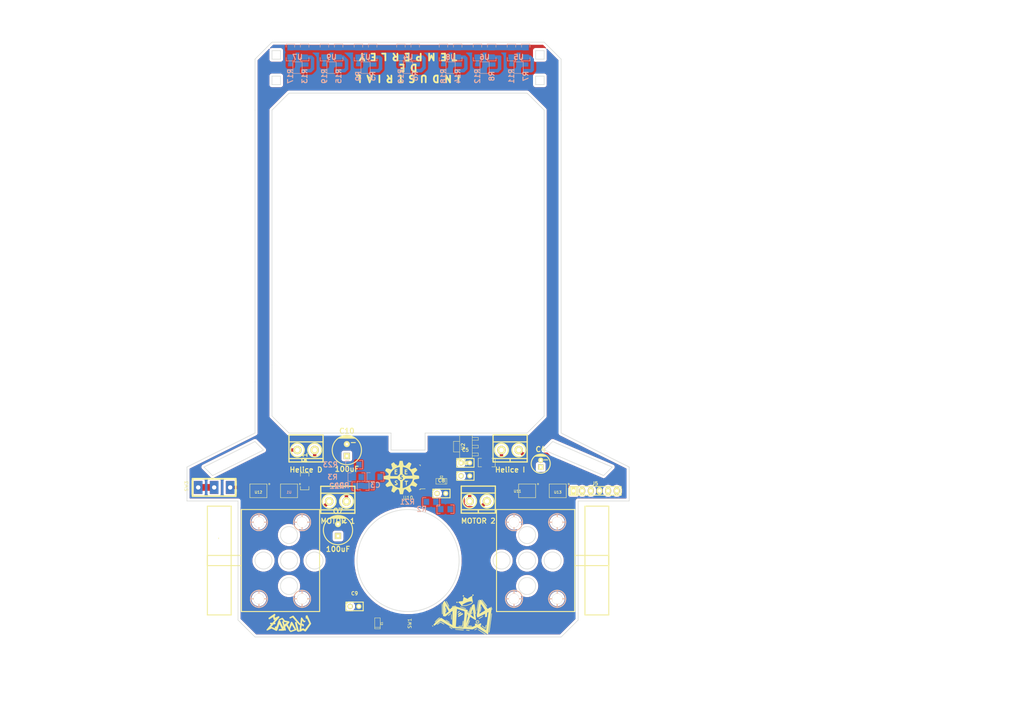
<source format=kicad_pcb>
(kicad_pcb (version 20171130) (host pcbnew "(5.1.4)-1")
  (layers (0 F.Cu signal) (31 B.Cu signal) (34 B.Paste user) (35 F.Paste user) (36 B.SilkS user) (37 F.SilkS user) (38 B.Mask user) (39 F.Mask user) (44 Edge.Cuts user))
  (net 0 "")
  (net 1 GND)
  (net 2 /A1)
  (net 3 /A2)
  (net 4 /A3)
  (net 5 /A4)
  (net 6 /A5)
  (net 7 /A6)
  (net 8 /A7)
  (net 9 "Net-(R5-Pad2)")
  (net 10 "Net-(R6-Pad2)")
  (net 11 "Net-(R7-Pad2)")
  (net 12 "Net-(R8-Pad2)")
  (net 13 "Net-(R13-Pad2)")
  (net 14 "Net-(R14-Pad2)")
  (net 15 "Net-(R15-Pad2)")
  (net 16 /START)
  (net 17 /VIN)
  (net 18 +5V)
  (net 19 /M1B)
  (net 20 /M1A)
  (net 21 /M2A)
  (net 22 /M2B)
  (net 23 "Net-(J5-Pad2)")
  (net 24 "Net-(J6-Pad2)")
  (net 25 "Net-(J6-Pad1)")
  (net 26 "Net-(J7-Pad1)")
  (net 27 "Net-(J7-Pad2)")
  (net 28 "Net-(R1-Pad1)")
  (net 29 "Net-(R3-Pad1)")
  (net 30 "Net-(R4-Pad1)")
  (net 31 "Net-(R22-Pad2)")
  (net 32 "Net-(R24-Pad1)")
  (net 33 "Net-(J2-Pad2)")
  (net 34 "Net-(U10-Pad21)")
  (module EESTN5:R_1206 (layer B.Cu) (at 81.025001 145.594999)
    (fp_text reference R22 (at -7 0) (layer B.SilkS) (effects (font (size 1.5 1.5) (thickness 0.3)) (justify mirror)))
    (fp_text value 1k hide)
    (pad 2 smd rect (at -1.397 0) (size 1.6002 1.8034) (layers B.Cu B.Paste B.Mask) (net 31 "Net-(R22-Pad2)"))
    (pad 1 smd rect (at 1.397 0) (size 1.6002 1.8034) (layers B.Cu B.Paste B.Mask) (net 23 "Net-(J5-Pad2)"))
  )
  (module EESTN5:R_1206 (layer B.Cu) (at 70.4 18.003 90)
    (fp_text reference R19 (at -7 0 90) (layer B.SilkS) (effects (font (size 1.5 1.5) (thickness 0.3)) (justify mirror)))
    (fp_text value 1OK hide)
    (pad 2 smd rect (at -1.397 0 90) (size 1.6002 1.8034) (layers B.Cu B.Paste B.Mask) (net 3 /A2))
    (pad 1 smd rect (at 1.397 0 90) (size 1.6002 1.8034) (layers B.Cu B.Paste B.Mask) (net 18 +5V))
  )
  (module EESTN5:QRE1113GR (layer B.Cu) (at 82.5 22.5)
    (fp_text reference U3 (at 0 -3.1) (layer B.SilkS) (effects (font (size 1.5 1.5) (thickness 0.3)) (justify mirror)))
    (fp_text value QRE1113 hide)
    (pad 1 smd rect (at 2.1 0.9) (size 1.4 1) (layers B.Cu B.Paste B.Mask) (net 9 "Net-(R5-Pad2)"))
    (pad 2 smd rect (at -2.1 0.9) (size 1.4 1) (layers B.Cu B.Paste B.Mask) (net 1 GND))
    (pad 3 smd rect (at -2.1 -0.9) (size 1.4 1) (layers B.Cu B.Paste B.Mask) (net 8 /A7))
    (pad 4 smd rect (at 2.1 -0.9) (size 1.4 1) (layers B.Cu B.Paste B.Mask) (net 1 GND))
  )
  (module EESTN5:QRE1113GR (layer B.Cu) (at 95 22.5)
    (fp_text reference U4 (at 0 -3.1) (layer B.SilkS) (effects (font (size 1.5 1.5) (thickness 0.3)) (justify mirror)))
    (fp_text value QRE1113 hide)
    (pad 1 smd rect (at 2.1 0.9) (size 1.4 1) (layers B.Cu B.Paste B.Mask) (net 10 "Net-(R6-Pad2)"))
    (pad 2 smd rect (at -2.1 0.9) (size 1.4 1) (layers B.Cu B.Paste B.Mask) (net 1 GND))
    (pad 3 smd rect (at -2.1 -0.9) (size 1.4 1) (layers B.Cu B.Paste B.Mask) (net 6 /A5))
    (pad 4 smd rect (at 2.1 -0.9) (size 1.4 1) (layers B.Cu B.Paste B.Mask) (net 1 GND))
  )
  (module EESTN5:QRE1113GR (layer B.Cu) (at 127.5 22.5)
    (fp_text reference U5 (at 0 -3.1) (layer B.SilkS) (effects (font (size 1.5 1.5) (thickness 0.3)) (justify mirror)))
    (fp_text value QRE1113 hide)
    (pad 4 smd rect (at 2.1 -0.9) (size 1.4 1) (layers B.Cu B.Paste B.Mask) (net 1 GND))
    (pad 3 smd rect (at -2.1 -0.9) (size 1.4 1) (layers B.Cu B.Paste B.Mask) (net 4 /A3))
    (pad 2 smd rect (at -2.1 0.9) (size 1.4 1) (layers B.Cu B.Paste B.Mask) (net 1 GND))
    (pad 1 smd rect (at 2.1 0.9) (size 1.4 1) (layers B.Cu B.Paste B.Mask) (net 11 "Net-(R7-Pad2)"))
  )
  (module EESTN5:QRE1113GR (layer B.Cu) (at 117.5 22.5)
    (fp_text reference U6 (at 0 -3.1) (layer B.SilkS) (effects (font (size 1.5 1.5) (thickness 0.3)) (justify mirror)))
    (fp_text value QRE1113 hide)
    (pad 1 smd rect (at 2.1 0.9) (size 1.4 1) (layers B.Cu B.Paste B.Mask) (net 12 "Net-(R8-Pad2)"))
    (pad 2 smd rect (at -2.1 0.9) (size 1.4 1) (layers B.Cu B.Paste B.Mask) (net 1 GND))
    (pad 3 smd rect (at -2.1 -0.9) (size 1.4 1) (layers B.Cu B.Paste B.Mask) (net 2 /A1))
    (pad 4 smd rect (at 2.1 -0.9) (size 1.4 1) (layers B.Cu B.Paste B.Mask) (net 1 GND))
  )
  (module EESTN5:QRE1113GR (layer B.Cu) (at 62.5 22.5)
    (fp_text reference U7 (at 0 -3.1) (layer B.SilkS) (effects (font (size 1.5 1.5) (thickness 0.3)) (justify mirror)))
    (fp_text value QRE1113 hide)
    (pad 4 smd rect (at 2.1 -0.9) (size 1.4 1) (layers B.Cu B.Paste B.Mask) (net 1 GND))
    (pad 3 smd rect (at -2.1 -0.9) (size 1.4 1) (layers B.Cu B.Paste B.Mask) (net 7 /A6))
    (pad 2 smd rect (at -2.1 0.9) (size 1.4 1) (layers B.Cu B.Paste B.Mask) (net 1 GND))
    (pad 1 smd rect (at 2.1 0.9) (size 1.4 1) (layers B.Cu B.Paste B.Mask) (net 13 "Net-(R13-Pad2)"))
  )
  (module EESTN5:QRE1113GR (layer B.Cu) (at 107.5 22.5)
    (fp_text reference U8 (at 0 -3.1) (layer B.SilkS) (effects (font (size 1.5 1.5) (thickness 0.3)) (justify mirror)))
    (fp_text value QRE1113 hide)
    (pad 4 smd rect (at 2.1 -0.9) (size 1.4 1) (layers B.Cu B.Paste B.Mask) (net 1 GND))
    (pad 3 smd rect (at -2.1 -0.9) (size 1.4 1) (layers B.Cu B.Paste B.Mask) (net 5 /A4))
    (pad 2 smd rect (at -2.1 0.9) (size 1.4 1) (layers B.Cu B.Paste B.Mask) (net 1 GND))
    (pad 1 smd rect (at 2.1 0.9) (size 1.4 1) (layers B.Cu B.Paste B.Mask) (net 14 "Net-(R14-Pad2)"))
  )
  (module EESTN5:QRE1113GR (layer B.Cu) (at 72.5 22.5)
    (fp_text reference U9 (at 0 -3.1) (layer B.SilkS) (effects (font (size 1.5 1.5) (thickness 0.3)) (justify mirror)))
    (fp_text value QRE1113 hide)
    (pad 1 smd rect (at 2.1 0.9) (size 1.4 1) (layers B.Cu B.Paste B.Mask) (net 15 "Net-(R15-Pad2)"))
    (pad 2 smd rect (at -2.1 0.9) (size 1.4 1) (layers B.Cu B.Paste B.Mask) (net 1 GND))
    (pad 3 smd rect (at -2.1 -0.9) (size 1.4 1) (layers B.Cu B.Paste B.Mask) (net 3 /A2))
    (pad 4 smd rect (at 2.1 -0.9) (size 1.4 1) (layers B.Cu B.Paste B.Mask) (net 1 GND))
  )
  (module EESTN5:CAP_TAN_A (layer F.Cu) (at 86 186 270)
    (fp_text reference C1 (at 0.0254 -1.2954 90) (layer F.SilkS) (effects (font (size 0.50038 0.50038) (thickness 0.11938))))
    (fp_text value 10UF hide)
    (pad 1 smd rect (at -1.7 0 270) (size 1.7 1.5) (layers F.Cu F.Paste F.Mask) (net 16 /START))
    (pad 2 smd rect (at 1.7 0 270) (size 1.7 1.5) (layers F.Cu F.Paste F.Mask) (net 1 GND))
  )
  (module EESTN5:CAP_TAN_A (layer F.Cu) (at 104.8 144.2)
    (fp_text reference C2 (at 0.0254 -1.2954) (layer F.SilkS) (effects (font (size 0.50038 0.50038) (thickness 0.11938))))
    (fp_text value 100uF hide)
    (pad 2 smd rect (at 1.7 0) (size 1.7 1.5) (layers F.Cu F.Paste F.Mask) (net 1 GND))
    (pad 1 smd rect (at -1.7 0) (size 1.7 1.5) (layers F.Cu F.Paste F.Mask) (net 17 /VIN))
  )
  (module EESTN5:C_1206 (layer B.Cu) (at 85.4 142.9)
    (fp_text reference C3 (at 0 2.4) (layer B.SilkS) (effects (font (size 1.524 1.524) (thickness 0.254)) (justify mirror)))
    (fp_text value 100nF hide)
    (pad 1 smd rect (at 1.397 0) (size 1.6002 1.8034) (layers B.Cu B.Paste B.Mask) (net 18 +5V))
    (pad 2 smd rect (at -1.397 0) (size 1.6002 1.8034) (layers B.Cu B.Paste B.Mask) (net 1 GND))
  )
  (module EESTN5:CAP_ELEC_5x11mm (layer F.Cu) (at 134 139)
    (fp_text reference C4 (at 0 -4.2) (layer F.SilkS) (effects (font (size 1.524 1.524) (thickness 0.3048))))
    (fp_text value 100uF hide)
    (pad 1 thru_hole rect (at 0 1) (size 1.524 1.524) (drill 0.65) (layers *.Cu *.Mask F.SilkS) (net 18 +5V))
    (pad 2 thru_hole circle (at 0 -1) (size 1.524 1.524) (drill 0.65) (layers *.Cu *.Mask F.SilkS) (net 1 GND))
  )
  (module EESTN5:CAP_0.1 (layer F.Cu) (at 111.852401 138.772401)
    (fp_text reference C5 (at 0 -3.81) (layer F.SilkS) (effects (font (size 1.016 1.016) (thickness 0.2032))))
    (fp_text value 100nF hide)
    (pad 2 thru_hole circle (at 1.27 0) (size 1.50114 1.50114) (drill 0.8001) (layers *.Cu *.Mask F.SilkS) (net 1 GND))
    (pad 1 thru_hole circle (at -1.27 0) (size 1.50114 1.50114) (drill 0.8001) (layers *.Cu *.Mask F.SilkS) (net 17 /VIN))
  )
  (module EESTN5:CAP_0.1 (layer F.Cu) (at 111.852401 142.612401)
    (fp_text reference C6 (at 0 -3.81) (layer F.SilkS) (effects (font (size 1.016 1.016) (thickness 0.2032))))
    (fp_text value 100nF hide)
    (pad 1 thru_hole circle (at -1.27 0) (size 1.50114 1.50114) (drill 0.8001) (layers *.Cu *.Mask F.SilkS) (net 17 /VIN))
    (pad 2 thru_hole circle (at 1.27 0) (size 1.50114 1.50114) (drill 0.8001) (layers *.Cu *.Mask F.SilkS) (net 1 GND))
  )
  (module EESTN5:CAP_ELEC_8x11.5mm (layer F.Cu) (at 74.4 158.55)
    (fp_text reference C7 (at 0 -5.6) (layer F.SilkS) (effects (font (size 1.524 1.524) (thickness 0.3048))))
    (fp_text value 100uF (at 0 5.6) (layer F.SilkS) (effects (font (size 1.524 1.524) (thickness 0.3048))))
    (pad 2 thru_hole circle (at 0 -1.75) (size 1.8 1.8) (drill 0.8) (layers *.Cu *.Mask F.SilkS) (net 1 GND))
    (pad 1 thru_hole rect (at 0 1.75) (size 1.8 1.8) (drill 0.8) (layers *.Cu *.Mask F.SilkS) (net 17 /VIN))
  )
  (module EESTN5:CAP_0.1 (layer F.Cu) (at 104.802401 147.772401)
    (fp_text reference C8 (at 0 -3.81) (layer F.SilkS) (effects (font (size 1.016 1.016) (thickness 0.2032))))
    (fp_text value 100nF hide)
    (pad 1 thru_hole circle (at -1.27 0) (size 1.50114 1.50114) (drill 0.8001) (layers *.Cu *.Mask F.SilkS) (net 17 /VIN))
    (pad 2 thru_hole circle (at 1.27 0) (size 1.50114 1.50114) (drill 0.8001) (layers *.Cu *.Mask F.SilkS) (net 1 GND))
  )
  (module EESTN5:CAP_0.1 (layer F.Cu) (at 79.27 181)
    (fp_text reference C9 (at 0 -3.81) (layer F.SilkS) (effects (font (size 1.016 1.016) (thickness 0.2032))))
    (fp_text value 100nF hide)
    (pad 2 thru_hole circle (at 1.27 0) (size 1.50114 1.50114) (drill 0.8001) (layers *.Cu *.Mask F.SilkS) (net 1 GND))
    (pad 1 thru_hole circle (at -1.27 0) (size 1.50114 1.50114) (drill 0.8001) (layers *.Cu *.Mask F.SilkS) (net 17 /VIN))
  )
  (module EESTN5:CAP_ELEC_8x11.5mm (layer F.Cu) (at 77 135)
    (fp_text reference C10 (at 0 -5.6) (layer F.SilkS) (effects (font (size 1.524 1.524) (thickness 0.3048))))
    (fp_text value 100uF (at 0 5.6) (layer F.SilkS) (effects (font (size 1.524 1.524) (thickness 0.3048))))
    (pad 1 thru_hole rect (at 0 1.75) (size 1.8 1.8) (drill 0.8) (layers *.Cu *.Mask F.SilkS) (net 17 /VIN))
    (pad 2 thru_hole circle (at 0 -1.75) (size 1.8 1.8) (drill 0.8) (layers *.Cu *.Mask F.SilkS) (net 1 GND))
  )
  (module EESTN5:BORNERA2_AZUL (layer F.Cu) (at 74.35 150.1)
    (fp_text reference J3 hide)
    (fp_text value "MOTOR 1" (at 0 5.8) (layer F.SilkS) (effects (font (size 1.5 1.5) (thickness 0.3))))
    (pad 2 thru_hole circle (at 2.54 0) (size 2.5 2.5) (drill 1.3) (layers *.Cu *.Mask F.SilkS) (net 19 /M1B))
    (pad 1 thru_hole circle (at -2.54 0) (size 2.5 2.5) (drill 1.3) (layers *.Cu *.Mask F.SilkS) (net 20 /M1A))
  )
  (module EESTN5:BORNERA2_AZUL (layer F.Cu) (at 115.65 150.05)
    (fp_text reference J4 hide)
    (fp_text value "MOTOR 2" (at 0 5.8) (layer F.SilkS) (effects (font (size 1.5 1.5) (thickness 0.3))))
    (pad 1 thru_hole circle (at -2.54 0) (size 2.5 2.5) (drill 1.3) (layers *.Cu *.Mask F.SilkS) (net 21 /M2A))
    (pad 2 thru_hole circle (at 2.54 0) (size 2.5 2.5) (drill 1.3) (layers *.Cu *.Mask F.SilkS) (net 22 /M2B))
  )
  (module EESTN5:pin_strip_6 (layer F.Cu) (at 150 147)
    (fp_text reference J5 (at 0 -2.159) (layer F.SilkS) (effects (font (size 1.016 1.016) (thickness 0.2032))))
    (fp_text value HC-05 hide)
    (pad 1 thru_hole rect (at -6.35 0) (size 1.75 2.19964) (drill 1.00076) (layers *.Cu *.Mask F.SilkS))
    (pad 2 thru_hole oval (at -3.81 0) (size 1.75 2.19964) (drill 1.00076) (layers *.Cu *.Mask F.SilkS) (net 23 "Net-(J5-Pad2)"))
    (pad 3 thru_hole oval (at -1.27 0) (size 1.75 2.19964) (drill 1.00076) (layers *.Cu *.Mask F.SilkS))
    (pad 4 thru_hole oval (at 1.27 0) (size 1.75 2.19964) (drill 1.00076) (layers *.Cu *.Mask F.SilkS) (net 1 GND))
    (pad 5 thru_hole oval (at 3.81 0) (size 1.75 2.19964) (drill 1.00076) (layers *.Cu *.Mask F.SilkS) (net 18 +5V))
    (pad 6 thru_hole oval (at 6.35 0) (size 1.75 2.19964) (drill 1.00076) (layers *.Cu *.Mask F.SilkS))
  )
  (module EESTN5:BORNERA2_AZUL (layer F.Cu) (at 65 135)
    (fp_text reference J6 hide)
    (fp_text value "Helice D" (at 0 5.8) (layer F.SilkS) (effects (font (size 1.5 1.5) (thickness 0.3))))
    (pad 2 thru_hole circle (at 2.54 0) (size 2.5 2.5) (drill 1.3) (layers *.Cu *.Mask F.SilkS) (net 24 "Net-(J6-Pad2)"))
    (pad 1 thru_hole circle (at -2.54 0) (size 2.5 2.5) (drill 1.3) (layers *.Cu *.Mask F.SilkS) (net 25 "Net-(J6-Pad1)"))
  )
  (module EESTN5:BORNERA2_AZUL (layer F.Cu) (at 125 135)
    (fp_text reference J7 hide)
    (fp_text value "Helice I" (at 0 5.8) (layer F.SilkS) (effects (font (size 1.5 1.5) (thickness 0.3))))
    (pad 1 thru_hole circle (at -2.54 0) (size 2.5 2.5) (drill 1.3) (layers *.Cu *.Mask F.SilkS) (net 26 "Net-(J7-Pad1)"))
    (pad 2 thru_hole circle (at 2.54 0) (size 2.5 2.5) (drill 1.3) (layers *.Cu *.Mask F.SilkS) (net 27 "Net-(J7-Pad2)"))
  )
  (module EESTN5:LOGO_EESTN5 (layer F.Cu) (at 93 143)
    (fp_text reference LG1 hide)
    (fp_text value Mounting_Hole hide)
  )
  (module EESTN5:Logo_Zarate (layer F.Cu) (at 111 183.5)
    (fp_text reference LG2 hide)
    (fp_text value Mounting_Hole hide)
  )
  (module EESTN5:Logo_Zarate_Nombre (layer F.Cu) (at 60 186)
    (fp_text reference LG3 hide)
    (fp_text value Mounting_Hole hide)
  )
  (module EESTN5:R_1206 (layer F.Cu) (at 64.6 144.203 270)
    (fp_text reference R1 (at -7 0 90) (layer F.SilkS) (effects (font (size 1.5 1.5) (thickness 0.3))))
    (fp_text value Rsense hide)
    (pad 2 smd rect (at -1.397 0 270) (size 1.6002 1.8034) (layers F.Cu F.Paste F.Mask) (net 1 GND))
    (pad 1 smd rect (at 1.397 0 270) (size 1.6002 1.8034) (layers F.Cu F.Paste F.Mask) (net 28 "Net-(R1-Pad1)"))
  )
  (module EESTN5:R_1206 (layer B.Cu) (at 105.997 152.4)
    (fp_text reference R2 (at -7 0) (layer B.SilkS) (effects (font (size 1.5 1.5) (thickness 0.3)) (justify mirror)))
    (fp_text value 10K hide)
    (pad 2 smd rect (at -1.397 0) (size 1.6002 1.8034) (layers B.Cu B.Paste B.Mask) (net 16 /START))
    (pad 1 smd rect (at 1.397 0) (size 1.6002 1.8034) (layers B.Cu B.Paste B.Mask) (net 18 +5V))
  )
  (module EESTN5:R_1206 (layer B.Cu) (at 79.835001 142.944999)
    (fp_text reference R3 (at -7 0) (layer B.SilkS) (effects (font (size 1.5 1.5) (thickness 0.3)) (justify mirror)))
    (fp_text value 0.25 hide)
    (pad 1 smd rect (at 1.397 0) (size 1.6002 1.8034) (layers B.Cu B.Paste B.Mask) (net 29 "Net-(R3-Pad1)"))
    (pad 2 smd rect (at -1.397 0) (size 1.6002 1.8034) (layers B.Cu B.Paste B.Mask) (net 1 GND))
  )
  (module EESTN5:R_1206 (layer F.Cu) (at 118.115001 138.675001)
    (fp_text reference R4 (at -7 0) (layer F.SilkS) (effects (font (size 1.5 1.5) (thickness 0.3))))
    (fp_text value Rsense hide)
    (pad 2 smd rect (at -1.397 0) (size 1.6002 1.8034) (layers F.Cu F.Paste F.Mask) (net 1 GND))
    (pad 1 smd rect (at 1.397 0) (size 1.6002 1.8034) (layers F.Cu F.Paste F.Mask) (net 30 "Net-(R4-Pad1)"))
  )
  (module EESTN5:R_1206 (layer B.Cu) (at 84.6 18 90)
    (fp_text reference R5 (at -7 0 90) (layer B.SilkS) (effects (font (size 1.5 1.5) (thickness 0.3)) (justify mirror)))
    (fp_text value 220 hide)
    (pad 1 smd rect (at 1.397 0 90) (size 1.6002 1.8034) (layers B.Cu B.Paste B.Mask) (net 18 +5V))
    (pad 2 smd rect (at -1.397 0 90) (size 1.6002 1.8034) (layers B.Cu B.Paste B.Mask) (net 9 "Net-(R5-Pad2)"))
  )
  (module EESTN5:R_1206 (layer B.Cu) (at 97.1 18 90)
    (fp_text reference R6 (at -7 0 90) (layer B.SilkS) (effects (font (size 1.5 1.5) (thickness 0.3)) (justify mirror)))
    (fp_text value 220 hide)
    (pad 1 smd rect (at 1.397 0 90) (size 1.6002 1.8034) (layers B.Cu B.Paste B.Mask) (net 18 +5V))
    (pad 2 smd rect (at -1.397 0 90) (size 1.6002 1.8034) (layers B.Cu B.Paste B.Mask) (net 10 "Net-(R6-Pad2)"))
  )
  (module EESTN5:R_1206 (layer B.Cu) (at 129.6 18.003 90)
    (fp_text reference R7 (at -7 0 90) (layer B.SilkS) (effects (font (size 1.5 1.5) (thickness 0.3)) (justify mirror)))
    (fp_text value 220 hide)
    (pad 1 smd rect (at 1.397 0 90) (size 1.6002 1.8034) (layers B.Cu B.Paste B.Mask) (net 18 +5V))
    (pad 2 smd rect (at -1.397 0 90) (size 1.6002 1.8034) (layers B.Cu B.Paste B.Mask) (net 11 "Net-(R7-Pad2)"))
  )
  (module EESTN5:R_1206 (layer B.Cu) (at 119.6 18 90)
    (fp_text reference R8 (at -7 0 90) (layer B.SilkS) (effects (font (size 1.5 1.5) (thickness 0.3)) (justify mirror)))
    (fp_text value 220 hide)
    (pad 1 smd rect (at 1.397 0 90) (size 1.6002 1.8034) (layers B.Cu B.Paste B.Mask) (net 18 +5V))
    (pad 2 smd rect (at -1.397 0 90) (size 1.6002 1.8034) (layers B.Cu B.Paste B.Mask) (net 12 "Net-(R8-Pad2)"))
  )
  (module EESTN5:R_1206 (layer B.Cu) (at 80.4 18 90)
    (fp_text reference R9 (at -7 0 90) (layer B.SilkS) (effects (font (size 1.5 1.5) (thickness 0.3)) (justify mirror)))
    (fp_text value 1OK hide)
    (pad 2 smd rect (at -1.397 0 90) (size 1.6002 1.8034) (layers B.Cu B.Paste B.Mask) (net 8 /A7))
    (pad 1 smd rect (at 1.397 0 90) (size 1.6002 1.8034) (layers B.Cu B.Paste B.Mask) (net 18 +5V))
  )
  (module EESTN5:R_1206 (layer B.Cu) (at 92.9 18 90)
    (fp_text reference R10 (at -7 0 90) (layer B.SilkS) (effects (font (size 1.5 1.5) (thickness 0.3)) (justify mirror)))
    (fp_text value 1OK hide)
    (pad 2 smd rect (at -1.397 0 90) (size 1.6002 1.8034) (layers B.Cu B.Paste B.Mask) (net 6 /A5))
    (pad 1 smd rect (at 1.397 0 90) (size 1.6002 1.8034) (layers B.Cu B.Paste B.Mask) (net 18 +5V))
  )
  (module EESTN5:R_1206 (layer B.Cu) (at 125.4 18.003 90)
    (fp_text reference R11 (at -7 0 90) (layer B.SilkS) (effects (font (size 1.5 1.5) (thickness 0.3)) (justify mirror)))
    (fp_text value 1OK hide)
    (pad 2 smd rect (at -1.397 0 90) (size 1.6002 1.8034) (layers B.Cu B.Paste B.Mask) (net 4 /A3))
    (pad 1 smd rect (at 1.397 0 90) (size 1.6002 1.8034) (layers B.Cu B.Paste B.Mask) (net 18 +5V))
  )
  (module EESTN5:R_1206 (layer B.Cu) (at 115.4 18 90)
    (fp_text reference R12 (at -7 0 90) (layer B.SilkS) (effects (font (size 1.5 1.5) (thickness 0.3)) (justify mirror)))
    (fp_text value 1OK hide)
    (pad 1 smd rect (at 1.397 0 90) (size 1.6002 1.8034) (layers B.Cu B.Paste B.Mask) (net 18 +5V))
    (pad 2 smd rect (at -1.397 0 90) (size 1.6002 1.8034) (layers B.Cu B.Paste B.Mask) (net 2 /A1))
  )
  (module EESTN5:R_1206 (layer B.Cu) (at 64.6 18.003 90)
    (fp_text reference R13 (at -7 0 90) (layer B.SilkS) (effects (font (size 1.5 1.5) (thickness 0.3)) (justify mirror)))
    (fp_text value 220 hide)
    (pad 2 smd rect (at -1.397 0 90) (size 1.6002 1.8034) (layers B.Cu B.Paste B.Mask) (net 13 "Net-(R13-Pad2)"))
    (pad 1 smd rect (at 1.397 0 90) (size 1.6002 1.8034) (layers B.Cu B.Paste B.Mask) (net 18 +5V))
  )
  (module EESTN5:R_1206 (layer B.Cu) (at 109.6 18 90)
    (fp_text reference R14 (at -7 0 90) (layer B.SilkS) (effects (font (size 1.5 1.5) (thickness 0.3)) (justify mirror)))
    (fp_text value 220 hide)
    (pad 1 smd rect (at 1.397 0 90) (size 1.6002 1.8034) (layers B.Cu B.Paste B.Mask) (net 18 +5V))
    (pad 2 smd rect (at -1.397 0 90) (size 1.6002 1.8034) (layers B.Cu B.Paste B.Mask) (net 14 "Net-(R14-Pad2)"))
  )
  (module EESTN5:R_1206 (layer B.Cu) (at 74.6 17.997 90)
    (fp_text reference R15 (at -7 0 90) (layer B.SilkS) (effects (font (size 1.5 1.5) (thickness 0.3)) (justify mirror)))
    (fp_text value 220 hide)
    (pad 1 smd rect (at 1.397 0 90) (size 1.6002 1.8034) (layers B.Cu B.Paste B.Mask) (net 18 +5V))
    (pad 2 smd rect (at -1.397 0 90) (size 1.6002 1.8034) (layers B.Cu B.Paste B.Mask) (net 15 "Net-(R15-Pad2)"))
  )
  (module EESTN5:R_1206 (layer B.Cu) (at 60.4 18.003 90)
    (fp_text reference R17 (at -7 0 90) (layer B.SilkS) (effects (font (size 1.5 1.5) (thickness 0.3)) (justify mirror)))
    (fp_text value 1OK hide)
    (pad 1 smd rect (at 1.397 0 90) (size 1.6002 1.8034) (layers B.Cu B.Paste B.Mask) (net 18 +5V))
    (pad 2 smd rect (at -1.397 0 90) (size 1.6002 1.8034) (layers B.Cu B.Paste B.Mask) (net 7 /A6))
  )
  (module EESTN5:R_1206 (layer B.Cu) (at 105.4 18 90)
    (fp_text reference R18 (at -7 0 90) (layer B.SilkS) (effects (font (size 1.5 1.5) (thickness 0.3)) (justify mirror)))
    (fp_text value 1OK hide)
    (pad 2 smd rect (at -1.397 0 90) (size 1.6002 1.8034) (layers B.Cu B.Paste B.Mask) (net 5 /A4))
    (pad 1 smd rect (at 1.397 0 90) (size 1.6002 1.8034) (layers B.Cu B.Paste B.Mask) (net 18 +5V))
  )
  (module EESTN5:R_1206 (layer B.Cu) (at 101.785001 150.244999)
    (fp_text reference R21 (at -7 0) (layer B.SilkS) (effects (font (size 1.5 1.5) (thickness 0.3)) (justify mirror)))
    (fp_text value 1k hide)
    (pad 2 smd rect (at -1.397 0) (size 1.6002 1.8034) (layers B.Cu B.Paste B.Mask) (net 23 "Net-(J5-Pad2)"))
    (pad 1 smd rect (at 1.397 0) (size 1.6002 1.8034) (layers B.Cu B.Paste B.Mask))
  )
  (module EESTN5:R_1206 (layer B.Cu) (at 79.165001 139.294999)
    (fp_text reference R23 (at -7 0) (layer B.SilkS) (effects (font (size 1.5 1.5) (thickness 0.3)) (justify mirror)))
    (fp_text value 1k hide)
    (pad 1 smd rect (at 1.397 0) (size 1.6002 1.8034) (layers B.Cu B.Paste B.Mask) (net 31 "Net-(R22-Pad2)"))
    (pad 2 smd rect (at -1.397 0) (size 1.6002 1.8034) (layers B.Cu B.Paste B.Mask) (net 1 GND))
  )
  (module EESTN5:R_1206 (layer B.Cu) (at 82.547 145.45)
    (fp_text reference R24 (at -7 0) (layer B.SilkS) (effects (font (size 1.5 1.5) (thickness 0.3)) (justify mirror)))
    (fp_text value 0.25 hide)
    (pad 1 smd rect (at 1.397 0) (size 1.6002 1.8034) (layers B.Cu B.Paste B.Mask) (net 32 "Net-(R24-Pad1)"))
    (pad 2 smd rect (at -1.397 0) (size 1.6002 1.8034) (layers B.Cu B.Paste B.Mask) (net 1 GND))
  )
  (module EESTN5:Pololu_Micro_Gear_Motor_W_Mount (layer F.Cu) (at 132.5 167.5 90)
    (fp_text reference RD1 hide)
    (fp_text value Mounting_Hole hide)
    (pad 3 thru_hole circle (at -11.2649 -6.35 90) (size 3 3) (drill 3) (layers *.Cu F.SilkS))
    (pad 2 thru_hole circle (at 11.2649 -6.35 90) (size 3 3) (drill 3) (layers *.Cu F.SilkS))
    (pad 4 thru_hole circle (at -11.2649 6.35 90) (size 3 3) (drill 3) (layers *.Cu F.SilkS))
    (pad 1 thru_hole circle (at 11.2649 6.35 90) (size 3 3) (drill 3) (layers *.Cu F.SilkS))
  )
  (module EESTN5:Pololu_Micro_Gear_Motor_W_Mount (layer F.Cu) (at 57.5 167.5 270)
    (fp_text reference RI1 hide)
    (fp_text value Mounting_Hole hide)
    (pad 1 thru_hole circle (at 11.2649 6.35 270) (size 3 3) (drill 3) (layers *.Cu F.SilkS))
    (pad 4 thru_hole circle (at -11.2649 6.35 270) (size 3 3) (drill 3) (layers *.Cu F.SilkS))
    (pad 2 thru_hole circle (at 11.2649 -6.35 270) (size 3 3) (drill 3) (layers *.Cu F.SilkS))
    (pad 3 thru_hole circle (at -11.2649 -6.35 270) (size 3 3) (drill 3) (layers *.Cu F.SilkS))
  )
  (module EESTN5:Pulsador_4_SMD (layer F.Cu) (at 95 186 90)
    (fp_text reference SW1 (at 0 0.5 90) (layer F.SilkS))
    (fp_text value SW_PUSH)
    (pad 1 smd rect (at -2.25 -5 90) (size 1 2.54) (layers F.Cu F.Paste F.Mask) (net 1 GND))
    (pad 2 smd rect (at -2.25 5 90) (size 1 2.54) (layers F.Cu F.Paste F.Mask) (net 1 GND))
    (pad 3 smd rect (at 2.25 -5 90) (size 1 2.54) (layers F.Cu F.Paste F.Mask) (net 16 /START))
    (pad 4 smd rect (at 2.25 5 90) (size 1 2.54) (layers F.Cu F.Paste F.Mask) (net 16 /START))
  )
  (module EESTN5:SW_SPDT_TH_Vertical (layer F.Cu) (at 38 146 90)
    (fp_text reference SW3 (at 0.381 -8.128 270) (layer F.SilkS))
    (fp_text value SW_SPDT hide)
    (pad 2 thru_hole rect (at 0 0 90) (size 3.81 2.54) (drill 1.27) (layers *.Cu *.Mask) (net 33 "Net-(J2-Pad2)"))
    (pad 1 thru_hole rect (at 0 -4.7 90) (size 3.81 2.54) (drill 1.27) (layers *.Cu *.Mask) (net 33 "Net-(J2-Pad2)"))
    (pad 3 thru_hole rect (at 0 4.7 90) (size 3.81 2.54) (drill 1.27) (layers *.Cu *.Mask) (net 17 /VIN))
  )
  (module EESTN5:SSOP-8 (layer F.Cu) (at 60 147 180)
    (fp_text reference U1 (at 0 -0.4) (layer B.SilkS) (effects (font (size 0.7493 0.7493) (thickness 0.14986)) (justify mirror)))
    (fp_text value DRV8872 hide)
    (pad 1 smd rect (at -1.905 3 180) (size 0.7112 2) (layers F.Cu F.Paste F.Mask) (net 1 GND))
    (pad 2 smd rect (at -0.635 3 180) (size 0.7112 2) (layers F.Cu F.Paste F.Mask))
    (pad 3 smd rect (at 0.635 3 180) (size 0.7112 2) (layers F.Cu F.Paste F.Mask))
    (pad 4 smd rect (at 1.905 3 180) (size 0.7112 2) (layers F.Cu F.Paste F.Mask))
    (pad 5 smd rect (at 1.905 -3) (size 0.7112 2) (layers F.Cu F.Paste F.Mask) (net 17 /VIN))
    (pad 6 smd rect (at 0.635 -3) (size 0.7112 2) (layers F.Cu F.Paste F.Mask) (net 20 /M1A))
    (pad 7 smd rect (at -0.635 -3) (size 0.7112 2) (layers F.Cu F.Paste F.Mask) (net 28 "Net-(R1-Pad1)"))
    (pad 8 smd rect (at -1.905 -3) (size 0.7112 2) (layers F.Cu F.Paste F.Mask) (net 19 /M1B))
  )
  (module EESTN5:SOT223 (layer F.Cu) (at 112.006301 134 90)
    (fp_text reference U2 (at 0.0508 -0.8382 90) (layer F.SilkS) (effects (font (size 1.00076 1.00076) (thickness 0.20066))))
    (fp_text value LM1117-SOT hide)
    (pad 1 smd rect (at -2.3 3.3 90) (size 1 2.4) (layers F.Cu F.Paste F.Mask) (net 1 GND))
    (pad 2 smd rect (at 0 3.3 90) (size 1 2.4) (layers F.Cu F.Paste F.Mask) (net 18 +5V))
    (pad 3 smd rect (at 2.3 3.3 90) (size 1 2.4) (layers F.Cu F.Paste F.Mask) (net 17 /VIN))
    (pad 4 smd rect (at 0 -3.15 90) (size 3.8 2.4) (layers F.Cu F.Paste F.Mask) (net 18 +5V))
  )
  (module EESTN5:TQFP-32_7x7mm_Pitch0.8mm (layer F.Cu) (at 95 143 180)
    (fp_text reference U10 (at 0 -6.05) (layer F.SilkS))
    (fp_text value ATMEGA328P-AU)
    (pad 1 smd rect (at -4.25 -2.8 180) (size 1.6 0.55) (layers F.Cu F.Paste F.Mask))
    (pad 2 smd rect (at -4.25 -2 180) (size 1.6 0.55) (layers F.Cu F.Paste F.Mask))
    (pad 3 smd rect (at -4.25 -1.2 180) (size 1.6 0.55) (layers F.Cu F.Paste F.Mask) (net 34 "Net-(U10-Pad21)"))
    (pad 4 smd rect (at -4.25 -0.4 180) (size 1.6 0.55) (layers F.Cu F.Paste F.Mask))
    (pad 5 smd rect (at -4.25 0.4 180) (size 1.6 0.55) (layers F.Cu F.Paste F.Mask) (net 34 "Net-(U10-Pad21)"))
    (pad 6 smd rect (at -4.25 1.2 180) (size 1.6 0.55) (layers F.Cu F.Paste F.Mask))
    (pad 7 smd rect (at -4.25 2 180) (size 1.6 0.55) (layers F.Cu F.Paste F.Mask))
    (pad 8 smd rect (at -4.25 2.8 180) (size 1.6 0.55) (layers F.Cu F.Paste F.Mask))
    (pad 9 smd rect (at -2.8 4.25 270) (size 1.6 0.55) (layers F.Cu F.Paste F.Mask))
    (pad 10 smd rect (at -2 4.25 270) (size 1.6 0.55) (layers F.Cu F.Paste F.Mask))
    (pad 11 smd rect (at -1.2 4.25 270) (size 1.6 0.55) (layers F.Cu F.Paste F.Mask))
    (pad 12 smd rect (at -0.4 4.25 270) (size 1.6 0.55) (layers F.Cu F.Paste F.Mask))
    (pad 13 smd rect (at 0.4 4.25 270) (size 1.6 0.55) (layers F.Cu F.Paste F.Mask))
    (pad 14 smd rect (at 1.2 4.25 270) (size 1.6 0.55) (layers F.Cu F.Paste F.Mask))
    (pad 15 smd rect (at 2 4.25 270) (size 1.6 0.55) (layers F.Cu F.Paste F.Mask))
    (pad 16 smd rect (at 2.8 4.25 270) (size 1.6 0.55) (layers F.Cu F.Paste F.Mask))
    (pad 17 smd rect (at 4.25 2.8 180) (size 1.6 0.55) (layers F.Cu F.Paste F.Mask))
    (pad 18 smd rect (at 4.25 2 180) (size 1.6 0.55) (layers F.Cu F.Paste F.Mask))
    (pad 19 smd rect (at 4.25 1.2 180) (size 1.6 0.55) (layers F.Cu F.Paste F.Mask))
    (pad 20 smd rect (at 4.25 0.4 180) (size 1.6 0.55) (layers F.Cu F.Paste F.Mask))
    (pad 21 smd rect (at 4.25 -0.4 180) (size 1.6 0.55) (layers F.Cu F.Paste F.Mask) (net 34 "Net-(U10-Pad21)"))
    (pad 22 smd rect (at 4.25 -1.2 180) (size 1.6 0.55) (layers F.Cu F.Paste F.Mask))
    (pad 23 smd rect (at 4.25 -2 180) (size 1.6 0.55) (layers F.Cu F.Paste F.Mask))
    (pad 24 smd rect (at 4.25 -2.8 180) (size 1.6 0.55) (layers F.Cu F.Paste F.Mask))
    (pad 25 smd rect (at 2.8 -4.25 270) (size 1.6 0.55) (layers F.Cu F.Paste F.Mask))
    (pad 26 smd rect (at 2 -4.25 270) (size 1.6 0.55) (layers F.Cu F.Paste F.Mask))
    (pad 27 smd rect (at 1.2 -4.25 270) (size 1.6 0.55) (layers F.Cu F.Paste F.Mask))
    (pad 28 smd rect (at 0.4 -4.25 270) (size 1.6 0.55) (layers F.Cu F.Paste F.Mask))
    (pad 29 smd rect (at -0.4 -4.25 270) (size 1.6 0.55) (layers F.Cu F.Paste F.Mask))
    (pad 30 smd rect (at -1.2 -4.25 270) (size 1.6 0.55) (layers F.Cu F.Paste F.Mask))
    (pad 31 smd rect (at -2 -4.25 270) (size 1.6 0.55) (layers F.Cu F.Paste F.Mask))
    (pad 32 smd rect (at -2.8 -4.25 270) (size 1.6 0.55) (layers F.Cu F.Paste F.Mask))
  )
  (module EESTN5:SSOP-8 (layer F.Cu) (at 130 147 180)
    (fp_text reference U11 (at 2.824999 -0.1) (layer F.SilkS) (effects (font (size 0.7493 0.7493) (thickness 0.14986))))
    (fp_text value DRV8872 hide)
    (pad 8 smd rect (at -1.905 -3) (size 0.7112 2) (layers F.Cu F.Paste F.Mask) (net 22 /M2B))
    (pad 7 smd rect (at -0.635 -3) (size 0.7112 2) (layers F.Cu F.Paste F.Mask) (net 29 "Net-(R3-Pad1)"))
    (pad 6 smd rect (at 0.635 -3) (size 0.7112 2) (layers F.Cu F.Paste F.Mask) (net 21 /M2A))
    (pad 5 smd rect (at 1.905 -3) (size 0.7112 2) (layers F.Cu F.Paste F.Mask) (net 17 /VIN))
    (pad 4 smd rect (at 1.905 3 180) (size 0.7112 2) (layers F.Cu F.Paste F.Mask))
    (pad 3 smd rect (at 0.635 3 180) (size 0.7112 2) (layers F.Cu F.Paste F.Mask))
    (pad 2 smd rect (at -0.635 3 180) (size 0.7112 2) (layers F.Cu F.Paste F.Mask))
    (pad 1 smd rect (at -1.905 3 180) (size 0.7112 2) (layers F.Cu F.Paste F.Mask) (net 1 GND))
  )
  (module EESTN5:SSOP-8 (layer F.Cu) (at 51 147 180)
    (fp_text reference U12 (at 0 -0.4) (layer F.SilkS) (effects (font (size 0.7493 0.7493) (thickness 0.14986))))
    (fp_text value DRV8872 hide)
    (pad 1 smd rect (at -1.905 3 180) (size 0.7112 2) (layers F.Cu F.Paste F.Mask) (net 1 GND))
    (pad 2 smd rect (at -0.635 3 180) (size 0.7112 2) (layers F.Cu F.Paste F.Mask))
    (pad 3 smd rect (at 0.635 3 180) (size 0.7112 2) (layers F.Cu F.Paste F.Mask))
    (pad 4 smd rect (at 1.905 3 180) (size 0.7112 2) (layers F.Cu F.Paste F.Mask))
    (pad 5 smd rect (at 1.905 -3) (size 0.7112 2) (layers F.Cu F.Paste F.Mask) (net 17 /VIN))
    (pad 6 smd rect (at 0.635 -3) (size 0.7112 2) (layers F.Cu F.Paste F.Mask) (net 25 "Net-(J6-Pad1)"))
    (pad 7 smd rect (at -0.635 -3) (size 0.7112 2) (layers F.Cu F.Paste F.Mask) (net 30 "Net-(R4-Pad1)"))
    (pad 8 smd rect (at -1.905 -3) (size 0.7112 2) (layers F.Cu F.Paste F.Mask) (net 24 "Net-(J6-Pad2)"))
  )
  (module EESTN5:SSOP-8 (layer F.Cu) (at 139 147 180)
    (fp_text reference U13 (at 0 -0.4) (layer F.SilkS) (effects (font (size 0.7493 0.7493) (thickness 0.14986))))
    (fp_text value DRV8872 hide)
    (pad 8 smd rect (at -1.905 -3) (size 0.7112 2) (layers F.Cu F.Paste F.Mask) (net 27 "Net-(J7-Pad2)"))
    (pad 7 smd rect (at -0.635 -3) (size 0.7112 2) (layers F.Cu F.Paste F.Mask) (net 32 "Net-(R24-Pad1)"))
    (pad 6 smd rect (at 0.635 -3) (size 0.7112 2) (layers F.Cu F.Paste F.Mask) (net 26 "Net-(J7-Pad1)"))
    (pad 5 smd rect (at 1.905 -3) (size 0.7112 2) (layers F.Cu F.Paste F.Mask) (net 17 /VIN))
    (pad 4 smd rect (at 1.905 3 180) (size 0.7112 2) (layers F.Cu F.Paste F.Mask))
    (pad 3 smd rect (at 0.635 3 180) (size 0.7112 2) (layers F.Cu F.Paste F.Mask))
    (pad 2 smd rect (at -0.635 3 180) (size 0.7112 2) (layers F.Cu F.Paste F.Mask))
    (pad 1 smd rect (at -1.905 3 180) (size 0.7112 2) (layers F.Cu F.Paste F.Mask) (net 1 GND))
  )
  (gr_line (start 100 130) (end 130 130) (layer Edge.Cuts) (width 0.15))
  (gr_line (start 90 130) (end 60 130) (layer Edge.Cuts) (width 0.15))
  (gr_line (start 90 135) (end 90 130) (layer Edge.Cuts) (width 0.15))
  (gr_line (start 100 135) (end 90 135) (layer Edge.Cuts) (width 0.15))
  (gr_line (start 100 130) (end 100 135) (layer Edge.Cuts) (width 0.15))
  (gr_text "I N D U S T R I A L\nD E\nT E M P E R L E Y" (at 95 22.5 180) (layer F.SilkS) (effects (font (size 2 2) (thickness 0.5))))
  (gr_line (start 57.5 20) (end 55 20) (layer Edge.Cuts) (width 0.15))
  (gr_line (start 57.5 17.5) (end 57.5 20) (layer Edge.Cuts) (width 0.15))
  (gr_line (start 55 17.5) (end 57.5 17.5) (layer Edge.Cuts) (width 0.15))
  (gr_line (start 55 20) (end 55 17.5) (layer Edge.Cuts) (width 0.15))
  (gr_line (start 57.5 25) (end 55 25) (layer Edge.Cuts) (width 0.15))
  (gr_line (start 57.5 27.5) (end 57.5 25) (layer Edge.Cuts) (width 0.15))
  (gr_line (start 55 27.5) (end 57.5 27.5) (layer Edge.Cuts) (width 0.15))
  (gr_line (start 55 25) (end 55 27.5) (layer Edge.Cuts) (width 0.15))
  (gr_line (start 135 25) (end 132.5 25) (layer Edge.Cuts) (width 0.15))
  (gr_line (start 135 27.5) (end 135 25) (layer Edge.Cuts) (width 0.15))
  (gr_line (start 132.5 27.5) (end 135 27.5) (layer Edge.Cuts) (width 0.15))
  (gr_line (start 132.5 25) (end 132.5 27.5) (layer Edge.Cuts) (width 0.15))
  (gr_line (start 135 17.5) (end 132.5 17.5) (layer Edge.Cuts) (width 0.15))
  (gr_line (start 135 20) (end 135 17.5) (layer Edge.Cuts) (width 0.15))
  (gr_line (start 132.5 20) (end 135 20) (layer Edge.Cuts) (width 0.15))
  (gr_line (start 132.5 17.5) (end 132.5 20) (layer Edge.Cuts) (width 0.15))
  (gr_line (start 160 140) (end 140 130) (layer Edge.Cuts) (width 0.15))
  (gr_line (start 160 150) (end 160 140) (layer Edge.Cuts) (width 0.15))
  (gr_line (start 145 150) (end 160 150) (layer Edge.Cuts) (width 0.15))
  (gr_circle (center 95 167.5) (end 110 167.5) (layer Edge.Cuts) (width 0.15))
  (gr_line (start 152.5 142.5) (end 155 140) (layer Edge.Cuts) (width 0.15))
  (gr_line (start 135 135) (end 152.5 142.5) (layer Edge.Cuts) (width 0.15))
  (gr_line (start 137.5 132.5) (end 135 135) (layer Edge.Cuts) (width 0.15))
  (gr_line (start 155 140) (end 137.5 132.5) (layer Edge.Cuts) (width 0.15))
  (gr_line (start 37.5 142.5) (end 35 140) (layer Edge.Cuts) (width 0.15))
  (gr_line (start 52.5 135) (end 37.5 142.5) (layer Edge.Cuts) (width 0.15))
  (gr_line (start 50 132.5) (end 52.5 135) (layer Edge.Cuts) (width 0.15))
  (gr_line (start 35 140) (end 50 132.5) (layer Edge.Cuts) (width 0.15))
  (gr_circle (center 130 175) (end 132.5 175) (layer Edge.Cuts) (width 0.15))
  (gr_circle (center 130 160) (end 132.5 160) (layer Edge.Cuts) (width 0.15))
  (gr_circle (center 60 175) (end 62.5 175) (layer Edge.Cuts) (width 0.15))
  (gr_circle (center 60 160) (end 62.5 160) (layer Edge.Cuts) (width 0.15))
  (gr_circle (center 67.5 167.5) (end 70 167.5) (layer Edge.Cuts) (width 0.15))
  (gr_circle (center 52.5 167.5) (end 55 167.5) (layer Edge.Cuts) (width 0.15))
  (gr_circle (center 60 167.5) (end 57.5 167.5) (layer Edge.Cuts) (width 0.15))
  (gr_circle (center 137.5 167.5) (end 140 167.5) (layer Edge.Cuts) (width 0.15))
  (gr_circle (center 122.5 167.5) (end 125 167.5) (layer Edge.Cuts) (width 0.15))
  (gr_circle (center 130 167.5) (end 132.5 167.5) (layer Edge.Cuts) (width 0.15))
  (gr_line (start 45 185) (end 45 150) (layer Edge.Cuts) (width 0.15))
  (gr_line (start 145 185) (end 145 150) (layer Edge.Cuts) (width 0.15))
  (gr_line (start 140 190) (end 145 185) (layer Edge.Cuts) (width 0.15))
  (gr_line (start 50 190) (end 140 190) (layer Edge.Cuts) (width 0.15))
  (gr_line (start 45 185) (end 50 190) (layer Edge.Cuts) (width 0.15))
  (gr_line (start 50 130) (end 50 115) (layer Edge.Cuts) (width 0.15))
  (gr_line (start 55 110) (end 55 125) (layer Edge.Cuts) (width 0.15))
  (gr_line (start 135 125) (end 135 110) (layer Edge.Cuts) (width 0.15))
  (gr_line (start 140 115) (end 140 130) (layer Edge.Cuts) (width 0.15))
  (gr_line (start 50 20) (end 50 35) (layer Edge.Cuts) (width 0.15))
  (gr_line (start 55 15) (end 50 20) (layer Edge.Cuts) (width 0.15))
  (gr_line (start 135 15) (end 55 15) (layer Edge.Cuts) (width 0.15))
  (gr_line (start 140 20) (end 135 15) (layer Edge.Cuts) (width 0.15))
  (gr_line (start 140 35) (end 140 20) (layer Edge.Cuts) (width 0.15))
  (gr_line (start 130 30) (end 135 35) (layer Edge.Cuts) (width 0.15))
  (gr_line (start 60 30) (end 130 30) (layer Edge.Cuts) (width 0.15))
  (gr_line (start 55 35) (end 60 30) (layer Edge.Cuts) (width 0.15))
  (gr_line (start 140 35) (end 140 115) (layer Edge.Cuts) (width 0.15))
  (gr_line (start 135 110) (end 135 35) (layer Edge.Cuts) (width 0.15))
  (gr_line (start 130 130) (end 135 125) (layer Edge.Cuts) (width 0.15))
  (gr_line (start 55 125) (end 60 130) (layer Edge.Cuts) (width 0.15))
  (gr_line (start 55 35) (end 55 110) (layer Edge.Cuts) (width 0.15))
  (gr_line (start 50 115) (end 50 35) (layer Edge.Cuts) (width 0.15))
  (gr_line (start 30 140) (end 50 130) (layer Edge.Cuts) (width 0.15))
  (gr_line (start 30 150) (end 30 140) (layer Edge.Cuts) (width 0.15))
  (gr_line (start 45 150) (end 30 150) (layer Edge.Cuts) (width 0.15))
  (gr_line (start 39.3 161.05) (end 39.35 160.8) (layer F.SilkS) (width 0.15))
  (gr_line (start 39.35 161.05) (end 39.3 161.05) (layer F.SilkS) (width 0.15))
  (gr_line (start 39.3 161.05) (end 39.35 161.05) (layer F.SilkS) (width 0.15))
  (segment (start 115.4 19.397) (end 115.4 21.6) (width 1) (layer B.Cu) (net 2))
  (segment (start 70.4 19.4) (end 70.4 21.6) (width 1) (layer B.Cu) (net 3))
  (segment (start 125.4 19.4) (end 125.4 21.6) (width 1) (layer B.Cu) (net 4))
  (segment (start 105.4 19.397) (end 105.4 21.6) (width 1) (layer B.Cu) (net 5))
  (segment (start 92.9 19.397) (end 92.9 21) (width 1) (layer B.Cu) (net 6))
  (segment (start 92.9 21) (end 92.9 21.6) (width 1) (layer B.Cu) (net 6))
  (segment (start 60.4 19.4) (end 60.4 21.6) (width 1) (layer B.Cu) (net 7))
  (segment (start 80.4 19.397) (end 80.4 21.6) (width 1) (layer B.Cu) (net 8))
  (segment (start 86.5017 19.397) (end 86.9 19.7953) (width 1) (layer B.Cu) (net 9))
  (segment (start 84.6 19.397) (end 86.5017 19.397) (width 1) (layer B.Cu) (net 9))
  (segment (start 86.9 19.7953) (end 86.9 22.8) (width 1) (layer B.Cu) (net 9))
  (segment (start 86.3 23.4) (end 84.6 23.4) (width 1) (layer B.Cu) (net 9))
  (segment (start 86.9 22.8) (end 86.3 23.4) (width 1) (layer B.Cu) (net 9))
  (segment (start 98.8 23.4) (end 99.7 22.5) (width 1) (layer B.Cu) (net 10))
  (segment (start 97.1 23.4) (end 98.8 23.4) (width 1) (layer B.Cu) (net 10))
  (segment (start 99.7 22.5) (end 99.7 19.8) (width 1) (layer B.Cu) (net 10))
  (segment (start 99.297 19.397) (end 97.1 19.397) (width 1) (layer B.Cu) (net 10))
  (segment (start 99.7 19.8) (end 99.297 19.397) (width 1) (layer B.Cu) (net 10))
  (segment (start 129.6 23.4) (end 131.2 23.4) (width 1) (layer B.Cu) (net 11))
  (segment (start 131.2 23.4) (end 131.5 23.1) (width 1) (layer B.Cu) (net 11))
  (segment (start 131.5 23.1) (end 131.5 20.1) (width 1) (layer B.Cu) (net 11))
  (segment (start 130.8 19.4) (end 129.6 19.4) (width 1) (layer B.Cu) (net 11))
  (segment (start 131.5 20.1) (end 130.8 19.4) (width 1) (layer B.Cu) (net 11))
  (segment (start 119.6 19.397) (end 121.897 19.397) (width 1) (layer B.Cu) (net 12))
  (segment (start 121.897 19.397) (end 121.9 19.4) (width 1) (layer B.Cu) (net 12))
  (segment (start 121.9 19.4) (end 121.9 22.8) (width 1) (layer B.Cu) (net 12))
  (segment (start 121.3 23.4) (end 119.6 23.4) (width 1) (layer B.Cu) (net 12))
  (segment (start 121.9 22.8) (end 121.3 23.4) (width 1) (layer B.Cu) (net 12))
  (segment (start 66.5017 19.4) (end 64.6 19.4) (width 1) (layer B.Cu) (net 13))
  (segment (start 66.9 19.7983) (end 66.5017 19.4) (width 1) (layer B.Cu) (net 13))
  (segment (start 66.9 22.8) (end 66.9 19.7983) (width 1) (layer B.Cu) (net 13))
  (segment (start 66.3 23.4) (end 66.9 22.8) (width 1) (layer B.Cu) (net 13))
  (segment (start 64.6 23.4) (end 66.3 23.4) (width 1) (layer B.Cu) (net 13))
  (segment (start 111.3 23.4) (end 112 22.7) (width 1) (layer B.Cu) (net 14))
  (segment (start 109.6 23.4) (end 111.3 23.4) (width 1) (layer B.Cu) (net 14))
  (segment (start 112 22.7) (end 112 19.8) (width 1) (layer B.Cu) (net 14))
  (segment (start 111.597 19.397) (end 109.6 19.397) (width 1) (layer B.Cu) (net 14))
  (segment (start 112 19.8) (end 111.597 19.397) (width 1) (layer B.Cu) (net 14))
  (segment (start 74.6 19.394) (end 75.894 19.394) (width 1) (layer B.Cu) (net 15))
  (segment (start 75.894 19.394) (end 76.9 20.4) (width 1) (layer B.Cu) (net 15))
  (segment (start 76.3 23.4) (end 74.6 23.4) (width 1) (layer B.Cu) (net 15))
  (segment (start 76.9 22.8) (end 76.3 23.4) (width 1) (layer B.Cu) (net 15))
  (segment (start 76.9 20.4) (end 76.9 22.8) (width 1) (layer B.Cu) (net 15))
  (segment (start 90 183.75) (end 88.25 183.75) (width 1) (layer F.Cu) (net 16))
  (segment (start 87.75 184.3) (end 86 184.3) (width 1) (layer F.Cu) (net 16))
  (segment (start 88.25 183.8) (end 87.75 184.3) (width 1) (layer F.Cu) (net 16))
  (segment (start 88.25 183.75) (end 88.25 183.8) (width 1) (layer F.Cu) (net 16))
  (segment (start 97.73 183.75) (end 90 183.75) (width 1) (layer F.Cu) (net 16))
  (segment (start 100 183.75) (end 97.73 183.75) (width 1) (layer F.Cu) (net 16))
  (segment (start 49.095 152) (end 49.095 150) (width 1) (layer F.Cu) (net 17))
  (segment (start 49.145 152.05) (end 49.095 152) (width 1) (layer F.Cu) (net 17))
  (segment (start 57.85 152.05) (end 49.145 152.05) (width 1) (layer F.Cu) (net 17))
  (segment (start 58.095 151.805) (end 57.85 152.05) (width 1) (layer F.Cu) (net 17))
  (segment (start 58.095 150) (end 58.095 151.805) (width 1) (layer F.Cu) (net 17))
  (segment (start 49.145 152.05) (end 47.9 152.05) (width 1) (layer F.Cu) (net 17))
  (segment (start 47.9 152.05) (end 46.75 150.9) (width 1) (layer F.Cu) (net 17))
  (segment (start 46.75 150.9) (end 46.75 147.55) (width 1) (layer F.Cu) (net 17))
  (segment (start 45.2 146) (end 42.7 146) (width 1) (layer F.Cu) (net 17))
  (segment (start 46.75 147.55) (end 45.2 146) (width 1) (layer F.Cu) (net 17))
  (segment (start 137.095 151.705) (end 137.095 150) (width 1) (layer F.Cu) (net 17))
  (segment (start 128.095 152.095) (end 128.3697 152.3697) (width 1) (layer F.Cu) (net 17))
  (segment (start 128.3697 152.3697) (end 133.3697 152.3697) (width 1) (layer F.Cu) (net 17))
  (segment (start 133.3697 152.3697) (end 133.4 152.4) (width 1) (layer F.Cu) (net 17))
  (segment (start 128.095 150) (end 128.095 152.095) (width 1) (layer F.Cu) (net 17))
  (segment (start 133.4 152.4) (end 136.4 152.4) (width 1) (layer F.Cu) (net 17))
  (segment (start 136.4 152.4) (end 137.095 151.705) (width 1) (layer F.Cu) (net 17))
  (segment (start 60.4 16.606) (end 64.6 16.606) (width 1.5) (layer B.Cu) (net 18))
  (segment (start 64.6 16.606) (end 129.6 16.606) (width 1.5) (layer B.Cu) (net 18))
  (segment (start 76.89 148.36) (end 76.89 150.1) (width 1) (layer F.Cu) (net 19))
  (segment (start 76.9 148.35) (end 76.89 148.36) (width 1) (layer F.Cu) (net 19))
  (segment (start 76.15 147.6) (end 76.9 148.35) (width 1) (layer F.Cu) (net 19))
  (segment (start 65.6606 147.6) (end 76.15 147.6) (width 1) (layer F.Cu) (net 19))
  (segment (start 61.905 150) (end 63.2606 150) (width 1) (layer F.Cu) (net 19))
  (segment (start 63.2606 150) (end 65.6606 147.6) (width 1) (layer F.Cu) (net 19))
  (segment (start 59.365 152) (end 59.365 150) (width 1) (layer F.Cu) (net 20))
  (segment (start 59.765 152.4) (end 59.365 152) (width 1) (layer F.Cu) (net 20))
  (segment (start 69.51 152.4) (end 59.765 152.4) (width 1) (layer F.Cu) (net 20))
  (segment (start 71.81 150.1) (end 69.51 152.4) (width 1) (layer F.Cu) (net 20))
  (segment (start 129.365 150) (end 129.365 147.365) (width 1) (layer F.Cu) (net 21))
  (segment (start 129.365 147.365) (end 129 147) (width 1) (layer F.Cu) (net 21))
  (segment (start 129 147) (end 114 147) (width 1) (layer F.Cu) (net 21))
  (segment (start 113.11 147.89) (end 113.11 150.05) (width 1) (layer F.Cu) (net 21))
  (segment (start 114 147) (end 113.11 147.89) (width 1) (layer F.Cu) (net 21))
  (segment (start 116.940001 151.299999) (end 118.19 150.05) (width 1) (layer F.Cu) (net 22))
  (segment (start 116.239999 152.000001) (end 116.940001 151.299999) (width 1) (layer F.Cu) (net 22))
  (segment (start 112.173999 152.000001) (end 116.239999 152.000001) (width 1) (layer F.Cu) (net 22))
  (segment (start 111.159999 150.986001) (end 112.173999 152.000001) (width 1) (layer F.Cu) (net 22))
  (segment (start 111.159999 148.142931) (end 111.159999 150.986001) (width 1) (layer F.Cu) (net 22))
  (segment (start 113.502939 145.799991) (end 111.159999 148.142931) (width 1) (layer F.Cu) (net 22))
  (segment (start 129.70499 145.79999) (end 113.502939 145.799991) (width 1) (layer F.Cu) (net 22))
  (segment (start 131.905 148) (end 129.70499 145.79999) (width 1) (layer F.Cu) (net 22))
  (segment (start 131.905 150) (end 131.905 148) (width 1) (layer F.Cu) (net 22))
  (segment (start 67.1 137.95) (end 67.54 137.51) (width 1) (layer F.Cu) (net 24))
  (segment (start 59.05 137.95) (end 67.1 137.95) (width 1) (layer F.Cu) (net 24))
  (segment (start 52.905 148) (end 53.404991 147.500009) (width 1) (layer F.Cu) (net 24))
  (segment (start 52.905 150) (end 52.905 148) (width 1) (layer F.Cu) (net 24))
  (segment (start 53.404991 147.500009) (end 55.499991 147.500009) (width 1) (layer F.Cu) (net 24))
  (segment (start 55.499991 147.500009) (end 56.700009 146.299991) (width 1) (layer F.Cu) (net 24))
  (segment (start 56.700009 146.299991) (end 56.700009 140.299991) (width 1) (layer F.Cu) (net 24))
  (segment (start 67.54 137.51) (end 67.54 135) (width 1) (layer F.Cu) (net 24))
  (segment (start 56.700009 140.299991) (end 59.05 137.95) (width 1) (layer F.Cu) (net 24))
  (segment (start 59.05 135) (end 62.46 135) (width 1) (layer F.Cu) (net 25))
  (segment (start 50.365 150) (end 50.365 147.285) (width 1) (layer F.Cu) (net 25))
  (segment (start 51.35 146.3) (end 54.4 146.3) (width 1) (layer F.Cu) (net 25))
  (segment (start 54.4 146.3) (end 54.95 145.75) (width 1) (layer F.Cu) (net 25))
  (segment (start 50.365 147.285) (end 51.35 146.3) (width 1) (layer F.Cu) (net 25))
  (segment (start 54.95 145.75) (end 54.95 139.1) (width 1) (layer F.Cu) (net 25))
  (segment (start 54.95 139.1) (end 59.05 135) (width 1) (layer F.Cu) (net 25))
  (segment (start 122.46 137.66) (end 122.46 135) (width 1) (layer F.Cu) (net 26))
  (segment (start 124 139.2) (end 122.46 137.66) (width 1) (layer F.Cu) (net 26))
  (segment (start 129.565 139.2) (end 124 139.2) (width 1) (layer F.Cu) (net 26))
  (segment (start 138.365 150) (end 138.365 148) (width 1) (layer F.Cu) (net 26))
  (segment (start 138.365 148) (end 129.565 139.2) (width 1) (layer F.Cu) (net 26))
  (segment (start 140.905 146.615602) (end 142 145.520602) (width 1) (layer F.Cu) (net 27))
  (segment (start 140.905 150) (end 140.905 146.615602) (width 1) (layer F.Cu) (net 27))
  (segment (start 128.789999 136.249999) (end 127.54 135) (width 1) (layer F.Cu) (net 27))
  (segment (start 135.770601 136.249999) (end 128.789999 136.249999) (width 1) (layer F.Cu) (net 27))
  (segment (start 142 142.479398) (end 135.770601 136.249999) (width 1) (layer F.Cu) (net 27))
  (segment (start 142 145.520602) (end 142 142.479398) (width 1) (layer F.Cu) (net 27))
  (segment (start 63.535 145.6) (end 64.6 145.6) (width 0.5) (layer F.Cu) (net 28))
  (segment (start 60.635 148.5) (end 63.535 145.6) (width 0.5) (layer F.Cu) (net 28))
  (segment (start 60.635 150) (end 60.635 148.5) (width 0.5) (layer F.Cu) (net 28))
  (segment (start 33.3 146) (end 38 146) (width 2) (layer F.Cu) (net 33))
  (zone (net 1) (net_name GND) (layer F.Cu) (connect_pads yes (clearance 0.7)) (min_thickness 0.254) (fill yes (arc_segments 32) (thermal_gap 0.508) (thermal_bridge_width 0.508) (smoothing fillet))
    (polygon (pts (xy 194.8 200.6) (xy 14.4 202.2) (xy -13.4 160) (xy -5.6 3.6) (xy 216.4 6.2) (xy 196 202.8)))
  )
  (zone (net 1) (net_name GND) (layer B.Cu) (connect_pads yes (clearance 0.7)) (min_thickness 0.254) (fill yes (arc_segments 32) (thermal_gap 0.508) (thermal_bridge_width 0.508) (smoothing fillet))
    (polygon (pts (xy 202.2 207) (xy -18.2 201.4) (xy -4.8 2.6) (xy 215.4 11.6) (xy 202 199)))
  )
)
</source>
